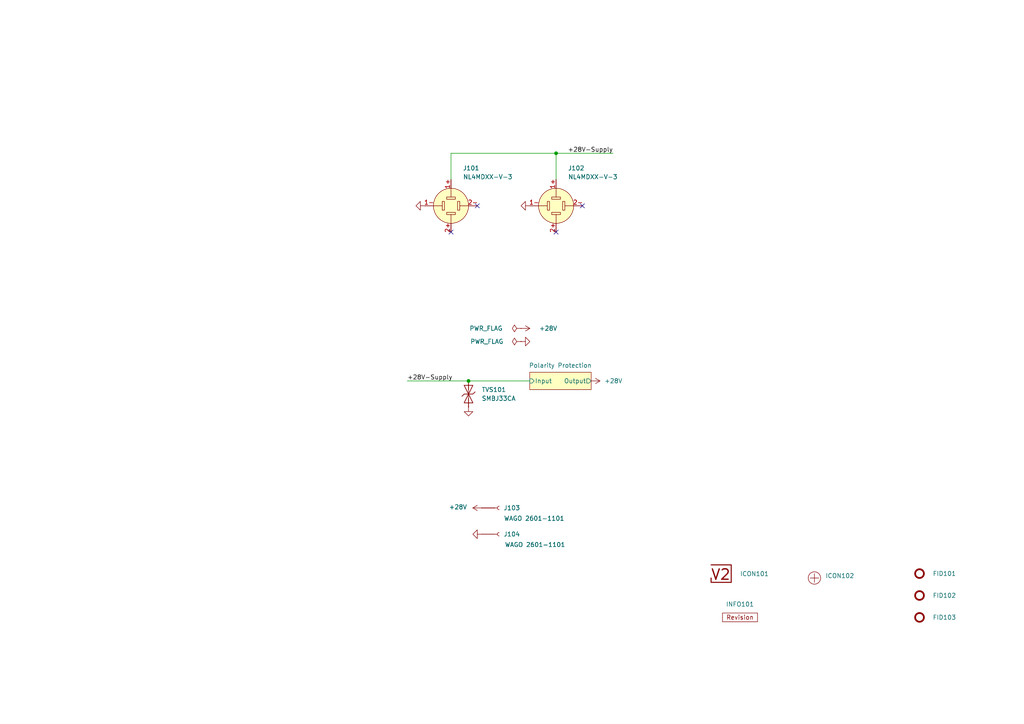
<source format=kicad_sch>
(kicad_sch (version 20250114) (generator "eeschema") (generator_version "9.0")
  (paper "A4")
  (title_block (title "V2 Power SpeakOn") (date "2026-02-25") (rev "2026-01-12") (company "Versio Duo"))
  (lib_symbols
    (symbol "V2_Artwork:Plus" (in_bom no)
      (property "Reference" "ICON" (at -2.54 2.54 0))
      (symbol "Plus_0_1"
        (polyline (pts (xy -1.27 0) (xy 1.27 0)))
        (polyline (pts (xy 0 1.27) (xy 0 -1.27)))
        (circle (center 0 0) (radius 1.7961))
      )
    )
    (symbol "V2_Artwork:V2-logo" (in_bom no)
      (property "Reference" "ICON" (at -3.302 3.81 0))
      (symbol "V2-logo_1_0"
        (polyline (pts (xy -3.302 2.54) (xy 2.54 2.54) (xy 2.54 -2.54) (xy -3.302 -2.54) (xy -3.302 -1.27)) (stroke (width 0.3)))
      )
      (symbol "V2-logo_1_1"
        (text "V2" (at -0.508 -0.254 0) (effects (font (size 3 3) (thickness 0.375))))
      )
    )
    (symbol "V2_Connector_SpeakOn:NL4MDXX-V-3" (pin_names (hide yes))
      (property "Reference" "J" (at 2.54 8.89 0))
      (property "Value" "NL4MDXX-V-3" (at 2.54 6.35 0))
      (symbol "NL4MDXX-V-3_0_1"
        (polyline (pts (xy -5.08 0) (xy -2.54 0)))
        (rectangle (start -2.54 1.27) (end -1.905 -1.27))
        (rectangle (start -1.27 2.54) (end 1.27 1.905))
        (rectangle (start -1.27 -2.54) (end 1.27 -1.905))
        (polyline (pts (xy 0 5.08) (xy 0 2.54)))
        (circle (center 0 0) (radius 5.08) (fill (type background)))
        (polyline (pts (xy 0 -5.08) (xy 0 -2.54)))
        (rectangle (start 2.54 1.27) (end 1.905 -1.27))
        (polyline (pts (xy 5.08 0) (xy 2.54 0)))
        (pin passive line (at -7.62 0 0) (length 2.54) (name "1-") (number "1-"))
        (pin passive line (at 0 -7.62 90) (length 2.54) (name "2+") (number "2+"))
        (pin passive line (at 7.62 0 180) (length 2.54) (name "2-") (number "2-"))
      )
      (symbol "NL4MDXX-V-3_1_1"
        (pin passive line (at 0 7.62 270) (length 2.54) (name "1+") (number "1+"))
      )
    )
    (symbol "V2_Connector_WAGO:2601-1101" (pin_numbers (hide yes)) (pin_names (offset 1.016) (hide yes))
      (property "Reference" "J" (at 1.524 0 0))
      (property "Value" "WAGO 2601-1101" (at 9.652 -2.286 0))
      (symbol "2601-1101_1_1"
        (polyline (pts (xy -1.27 0) (xy -0.508 0)) (stroke (width 0.1524)))
        (arc (start 0 -0.508) (mid -0.5058 0) (end 0 0.508) (stroke (width 0.1524)))
        (pin passive line (at -5.08 0 0) (length 3.81) (name "") (number "1"))
      )
    )
    (symbol "V2_Diode:SMBJ33CA" (pin_numbers (hide yes)) (pin_names (hide yes))
      (property "Reference" "TVS" (at -2.54 6.35 0))
      (property "Value" "SMBJ33CA" (at -2.54 3.81 0))
      (symbol "SMBJ33CA_0_1"
        (polyline (pts (xy -2.54 -1.27) (xy -2.54 1.27) (xy 0 0) (xy -2.54 -1.27)) (stroke (width 0.2032)))
        (polyline (pts (xy 0 1.27) (xy -0.635 1.905) (xy 0 1.27) (xy 0 -1.27) (xy 0.635 -1.905) (xy 0 -1.27)) (stroke (width 0.2032)))
        (polyline (pts (xy 1.27 0) (xy -1.27 0)))
        (polyline (pts (xy 2.54 1.27) (xy 2.54 -1.27) (xy 0 0) (xy 2.54 1.27)) (stroke (width 0.2032)))
      )
      (symbol "SMBJ33CA_1_1"
        (pin passive line (at -3.81 0 0) (length 2.54) (name "K") (number "1"))
        (pin passive line (at 3.81 0 180) (length 2.54) (name "A") (number "2"))
      )
    )
    (symbol "V2_Mechanical:Fiducial_Paste" (in_bom no)
      (property "Reference" "FID" (at 5.08 0 0))
      (symbol "Fiducial_Paste_0_1"
        (circle (center 0 0) (radius 1.27) (stroke (width 0.508)))
      )
    )
    (symbol "V2_Production:Revision" (in_bom no)
      (property "Reference" "INFO" (at 0 2.54 0))
      (symbol "Revision_0_1"
        (rectangle (start -5.08 1.27) (end 5.08 -1.27))
      )
      (symbol "Revision_1_1"
        (text "Revision" (at 0 0 0) (effects (font (size 1.27 1.27))))
      )
    )
    (symbol "V2_power:+28V" (power) (pin_numbers (hide yes)) (pin_names (offset 0) (hide yes))
      (property "Value" "+28V" (at 0 5.08 0))
      (symbol "+28V_0_1"
        (polyline (pts (xy -0.762 1.27) (xy 0 2.54)))
        (polyline (pts (xy 0 2.54) (xy 0.762 1.27)))
        (polyline (pts (xy 0 0) (xy 0 2.54)))
      )
      (symbol "+28V_1_1"
        (pin power_in line (at 0 0 90) (length 0) (name "~") (number "1"))
      )
    )
    (symbol "V2_power:GND" (power) (pin_numbers (hide yes)) (pin_names (offset 0) (hide yes))
      (symbol "GND_0_1"
        (polyline (pts (xy 0 0) (xy 0 -1.27) (xy 1.27 -1.27) (xy 0 -2.54) (xy -1.27 -1.27) (xy 0 -1.27)))
      )
      (symbol "GND_1_1"
        (pin power_in line (at 0 0 270) (length 0) (name "~") (number "1"))
      )
    )
    (symbol "V2_power:PWR_FLAG" (power) (pin_numbers (hide yes)) (pin_names (offset 0) (hide yes))
      (property "Value" "PWR_FLAG" (at -8.89 0 0))
      (symbol "PWR_FLAG_0_0"
        (pin power_out line (at 0 0 180) (length 0) (name "~") (number "1"))
      )
      (symbol "PWR_FLAG_0_1"
        (polyline (pts (xy 0 0) (xy -1.27 0) (xy -1.905 -1.016) (xy -2.54 0) (xy -1.905 1.016) (xy -1.27 0)))
      )
    )
  )
  (junction (at 135.89 110.49))
  (junction (at 161.29 44.45))
  (no_connect (at 168.91 59.69))
  (no_connect (at 130.81 67.31))
  (no_connect (at 138.43 59.69))
  (no_connect (at 161.29 67.31))
  (wire (pts (xy 161.29 44.45) (xy 161.29 52.07)))
  (wire (pts (xy 135.89 110.49) (xy 153.67 110.49)))
  (wire (pts (xy 161.29 44.45) (xy 177.8 44.45)))
  (wire (pts (xy 130.81 44.45) (xy 130.81 52.07)))
  (wire (pts (xy 118.11 110.49) (xy 135.89 110.49)))
  (wire (pts (xy 130.81 44.45) (xy 161.29 44.45)))
  (label "+28V-Supply" (at 177.8 44.45 180))
  (label "+28V-Supply" (at 118.11 110.49 0))
  (symbol (lib_id "V2_power:GND") (at 153.67 59.69 270) (unit 1)
    (property "Reference" "#PWR102" (effects (hide yes)))
    (property "Value" "GND" (effects (hide yes)))
  )
  (symbol (lib_id "V2_power:GND") (at 135.89 118.11 0) (unit 1)
    (property "Reference" "#PWR106" (effects (hide yes)))
    (property "Value" "GND" (effects (hide yes)))
  )
  (symbol (lib_id "V2_power:+28V") (at 171.45 110.49 270) (unit 1)
    (property "Reference" "#PWR105" (effects (hide yes)))
    (property "Value" "+28V" (at 175.26 110.4899 90) (effects (justify left)))
  )
  (symbol (lib_id "V2_Diode:SMBJ33CA") (at 135.89 114.3 90) (unit 1)
    (property "Reference" "TVS101" (at 139.7 113.0299 90) (effects (justify right)))
    (property "Value" "SMBJ33CA" (at 139.7 115.5699 90) (effects (justify right)))
    (property "Footprint" "V2_Diode_SMD:D_SMB" (effects (hide yes)))
    (property "Description" "Transient Voltage Suppressor Diode, Bidirectional, 36.7-40.6V" (effects (hide yes)))
    (property "Mouser" "652-SMBJ33CA-Q" (effects (hide yes)))
    (property "Product" "SMBJ33CA-Q" (effects (hide yes)))
    (property "Manufacturer" "Bourns" (effects (hide yes)))
    (property "Rating" "33V" (effects (hide yes)))
  )
  (symbol (lib_id "V2_power:GND") (at 151.13 99.06 90) (unit 1)
    (property "Reference" "#PWR104" (effects (hide yes)))
    (property "Value" "GND" (effects (hide yes)))
  )
  (symbol (lib_id "V2_Artwork:V2-logo") (at 209.55 166.37 0) (unit 1) (in_bom no)
    (property "Reference" "ICON101" (at 214.63 166.4341 0) (effects (justify left)))
    (property "Value" "V2-logo" (effects (hide yes)))
    (property "Footprint" "V2_Artwork:Logo_Small" (effects (hide yes)))
  )
  (symbol (lib_id "V2_power:+28V") (at 151.13 95.25 270) (unit 1)
    (property "Reference" "#PWR103" (effects (hide yes)))
    (property "Value" "+28V" (at 159.004 95.25 90))
  )
  (symbol (lib_id "V2_Connector_WAGO:2601-1101") (at 144.78 147.32 0) (unit 1)
    (property "Reference" "J103" (at 146.05 147.3199 0) (effects (justify left)))
    (property "Value" "WAGO 2601-1101" (at 154.94 150.368 0))
    (property "Footprint" "V2_Connector_WAGO:2601-1101" (effects (hide yes)))
    (property "Manufacturer" "WAGO" (effects (hide yes)))
    (property "Product" "2601-1101" (effects (hide yes)))
  )
  (symbol (lib_id "V2_Artwork:Plus") (at 236.22 167.64 0) (unit 1) (in_bom no)
    (property "Reference" "ICON102" (at 239.395 167.005 0) (effects (justify left)))
    (property "Value" "Plus" (effects (hide yes)))
    (property "Footprint" "V2_Artwork:Plus_Small" (effects (hide yes)))
    (property "Sim.Enable" "0" (effects (hide yes)))
  )
  (symbol (lib_id "V2_Connector_SpeakOn:NL4MDXX-V-3") (at 161.29 59.69 0) (unit 1)
    (property "Reference" "J102" (at 167.132 48.768 0))
    (property "Value" "NL4MDXX-V-3" (at 171.958 51.308 0))
    (property "Footprint" "V2_Connector_SpeakOn:NL4MDXX-V-3" (effects (hide yes)))
    (property "Datasheet" "https://www.neutrik.com/en/product/nl4mdxx-v-3" (effects (hide yes)))
    (property "Description" "speakON Chassis Connectors, 4 pole chassis connector, grey D-size flange, self tapping screw holes (A-screw), vertical PCB mount. Replaces NL4MD-V-1" (effects (hide yes)))
    (property "Mouser" "568-NL4MDXXV3" (effects (hide yes)))
    (property "Manufacturer" "Neutrik" (effects (hide yes)))
    (property "Product" "NL4MDXXV3" (effects (hide yes)))
  )
  (symbol (lib_id "V2_power:PWR_FLAG") (at 151.13 99.06 0) (unit 1)
    (property "Reference" "#FLG102" (effects (hide yes)))
    (property "Value" "PWR_FLAG" (at 141.224 99.06 0))
    (property "Description" "Special symbol for telling ERC where power comes from" (effects (hide yes)))
  )
  (symbol (lib_id "V2_Production:Revision") (at 214.63 179.07 0) (unit 1) (in_bom no)
    (property "Reference" "INFO101" (at 214.63 175.26 0))
    (property "Footprint" "V2_Production:Revision" (effects (hide yes)))
  )
  (symbol (lib_id "V2_Connector_WAGO:2601-1101") (at 144.78 154.94 0) (unit 1)
    (property "Reference" "J104" (at 146.05 154.9399 0) (effects (justify left)))
    (property "Value" "WAGO 2601-1101" (at 155.194 157.988 0))
    (property "Footprint" "V2_Connector_WAGO:2601-1101" (effects (hide yes)))
    (property "Manufacturer" "WAGO" (effects (hide yes)))
    (property "Product" "2601-1101" (effects (hide yes)))
  )
  (symbol (lib_id "V2_Mechanical:Fiducial_Paste") (at 266.7 166.37 0) (unit 1) (in_bom no)
    (property "Reference" "FID101" (at 270.51 166.37 0) (effects (justify left)))
    (property "Value" "Fiducial_Paste" (effects (hide yes)))
    (property "Footprint" "V2_Fiducial:Fiducial_0.5mm_Mask1mm_Paste" (effects (hide yes)))
    (property "Description" "Fiducial Marker" (effects (hide yes)))
  )
  (symbol (lib_id "V2_power:PWR_FLAG") (at 151.13 95.25 0) (unit 1)
    (property "Reference" "#FLG101" (effects (hide yes)))
    (property "Value" "PWR_FLAG" (at 140.97 95.25 0))
    (property "Description" "Special symbol for telling ERC where power comes from" (effects (hide yes)))
  )
  (symbol (lib_id "V2_Connector_SpeakOn:NL4MDXX-V-3") (at 130.81 59.69 0) (unit 1)
    (property "Reference" "J101" (at 136.652 48.768 0))
    (property "Value" "NL4MDXX-V-3" (at 141.478 51.308 0))
    (property "Footprint" "V2_Connector_SpeakOn:NL4MDXX-V-3" (effects (hide yes)))
    (property "Datasheet" "https://www.neutrik.com/en/product/nl4mdxx-v-3" (effects (hide yes)))
    (property "Description" "speakON Chassis Connectors, 4 pole chassis connector, grey D-size flange, self tapping screw holes (A-screw), vertical PCB mount. Replaces NL4MD-V-1" (effects (hide yes)))
    (property "Mouser" "568-NL4MDXXV3" (effects (hide yes)))
    (property "Manufacturer" "Neutrik" (effects (hide yes)))
    (property "Product" "NL4MDXXV3" (effects (hide yes)))
  )
  (symbol (lib_id "V2_Mechanical:Fiducial_Paste") (at 266.7 179.07 0) (unit 1) (in_bom no)
    (property "Reference" "FID103" (at 270.51 179.07 0) (effects (justify left)))
    (property "Value" "Fiducial_Paste" (effects (hide yes)))
    (property "Footprint" "V2_Fiducial:Fiducial_0.5mm_Mask1mm_Paste" (effects (hide yes)))
    (property "Description" "Fiducial Marker" (effects (hide yes)))
  )
  (symbol (lib_id "V2_power:+28V") (at 139.7 147.32 90) (unit 1)
    (property "Reference" "#PWR107" (effects (hide yes)))
    (property "Value" "+28V" (at 132.842 147.066 90))
  )
  (symbol (lib_id "V2_power:GND") (at 139.7 154.94 270) (unit 1)
    (property "Reference" "#PWR108" (effects (hide yes)))
    (property "Value" "GND" (effects (hide yes)))
  )
  (symbol (lib_id "V2_Mechanical:Fiducial_Paste") (at 266.7 172.72 0) (unit 1) (in_bom no)
    (property "Reference" "FID102" (at 270.51 172.72 0) (effects (justify left)))
    (property "Value" "Fiducial_Paste" (effects (hide yes)))
    (property "Footprint" "V2_Fiducial:Fiducial_0.5mm_Mask1mm_Paste" (effects (hide yes)))
    (property "Description" "Fiducial Marker" (effects (hide yes)))
  )
  (symbol (lib_id "V2_power:GND") (at 123.19 59.69 270) (unit 1)
    (property "Reference" "#PWR101" (effects (hide yes)))
    (property "Value" "GND" (effects (hide yes)))
  )
  (sheet (at 153.67 107.95) (size 17.78 5.08) (stroke (width 0.1524)) (fill (color 255 255 194 1.0000))
    (property "Sheetname" "Polarity Protection" (at 153.416 106.7304 0) (effects (justify left bottom)))
    (property "Sheetfile" "PolarityProtection.kicad_sch" (effects (hide yes)))
    (pin "Output" output (at 171.45 110.49 0))
    (pin "Input" input (at 153.67 110.49 180))
  )
)
</source>
